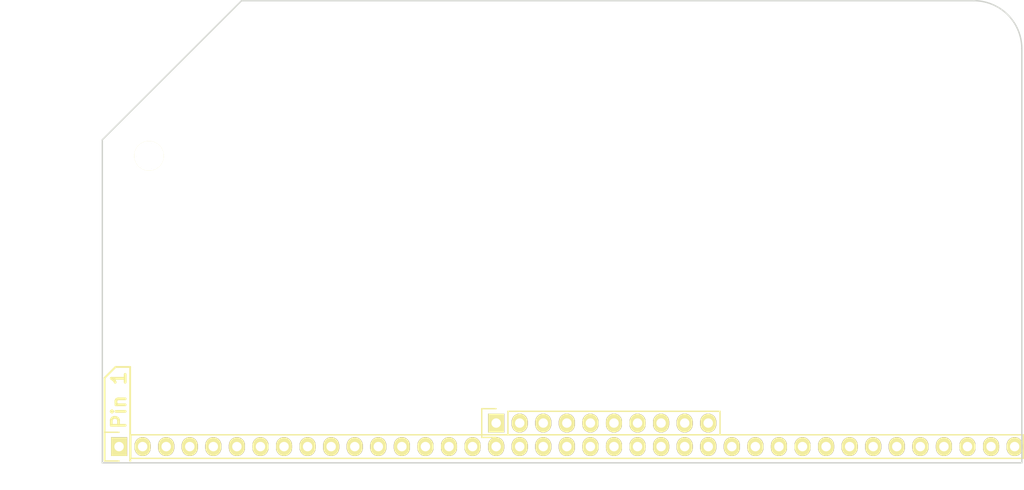
<source format=kicad_pcb>
(kicad_pcb (version 20171130) (host pcbnew "(5.1.5)-3")

  (general
    (thickness 1.6)
    (drawings 12)
    (tracks 0)
    (zones 0)
    (modules 3)
    (nets 48)
  )

  (page A4)
  (layers
    (0 F.Cu signal)
    (31 B.Cu signal)
    (32 B.Adhes user)
    (33 F.Adhes user)
    (34 B.Paste user)
    (35 F.Paste user)
    (36 B.SilkS user)
    (37 F.SilkS user)
    (38 B.Mask user)
    (39 F.Mask user)
    (40 Dwgs.User user)
    (41 Cmts.User user)
    (42 Eco1.User user)
    (43 Eco2.User user)
    (44 Edge.Cuts user)
    (45 Margin user)
    (46 B.CrtYd user)
    (47 F.CrtYd user)
    (48 B.Fab user)
    (49 F.Fab user)
  )

  (setup
    (last_trace_width 0.25)
    (trace_clearance 0.2)
    (zone_clearance 0.508)
    (zone_45_only no)
    (trace_min 0.2)
    (via_size 0.6)
    (via_drill 0.4)
    (via_min_size 0.4)
    (via_min_drill 0.3)
    (uvia_size 0.3)
    (uvia_drill 0.1)
    (uvias_allowed no)
    (uvia_min_size 0.2)
    (uvia_min_drill 0.1)
    (edge_width 0.15)
    (segment_width 0.2)
    (pcb_text_width 0.3)
    (pcb_text_size 1.5 1.5)
    (mod_edge_width 0.15)
    (mod_text_size 1 1)
    (mod_text_width 0.15)
    (pad_size 3.2 3.2)
    (pad_drill 3.2)
    (pad_to_mask_clearance 0.2)
    (aux_axis_origin 0 0)
    (visible_elements 7FFFFFFF)
    (pcbplotparams
      (layerselection 0x010f0_80000001)
      (usegerberextensions false)
      (usegerberattributes false)
      (usegerberadvancedattributes false)
      (creategerberjobfile false)
      (excludeedgelayer true)
      (linewidth 0.100000)
      (plotframeref false)
      (viasonmask false)
      (mode 1)
      (useauxorigin false)
      (hpglpennumber 1)
      (hpglpenspeed 20)
      (hpglpendiameter 15.000000)
      (psnegative false)
      (psa4output false)
      (plotreference true)
      (plotvalue true)
      (plotinvisibletext false)
      (padsonsilk false)
      (subtractmaskfromsilk false)
      (outputformat 1)
      (mirror false)
      (drillshape 0)
      (scaleselection 1)
      (outputdirectory "/home/spencer/Documents/KiCad/2016/RC2014/Dimension Template/"))
  )

  (net 0 "")
  (net 1 GND)
  (net 2 VCC)
  (net 3 A15)
  (net 4 A14)
  (net 5 A13)
  (net 6 A12)
  (net 7 A11)
  (net 8 A10)
  (net 9 A9)
  (net 10 A8)
  (net 11 A7)
  (net 12 A6)
  (net 13 A5)
  (net 14 A4)
  (net 15 A3)
  (net 16 A2)
  (net 17 A1)
  (net 18 A0)
  (net 19 /M1)
  (net 20 /RST)
  (net 21 CLK)
  (net 22 INT)
  (net 23 /MREQ)
  (net 24 /WR)
  (net 25 /RD)
  (net 26 /IORQ)
  (net 27 D0)
  (net 28 D1)
  (net 29 D2)
  (net 30 D3)
  (net 31 D4)
  (net 32 D5)
  (net 33 D6)
  (net 34 D7)
  (net 35 TX)
  (net 36 RX)
  (net 37 USR1)
  (net 38 USR2)
  (net 39 USR3)
  (net 40 /RFSH)
  (net 41 Page)
  (net 42 Clk2)
  (net 43 /BUSACK)
  (net 44 /HALT)
  (net 45 /BUSREQ)
  (net 46 /WAIT)
  (net 47 /NMI)

  (net_class Default "This is the default net class."
    (clearance 0.2)
    (trace_width 0.25)
    (via_dia 0.6)
    (via_drill 0.4)
    (uvia_dia 0.3)
    (uvia_drill 0.1)
    (add_net /BUSACK)
    (add_net /BUSREQ)
    (add_net /HALT)
    (add_net /IORQ)
    (add_net /M1)
    (add_net /MREQ)
    (add_net /NMI)
    (add_net /RD)
    (add_net /RFSH)
    (add_net /RST)
    (add_net /WAIT)
    (add_net /WR)
    (add_net A0)
    (add_net A1)
    (add_net A10)
    (add_net A11)
    (add_net A12)
    (add_net A13)
    (add_net A14)
    (add_net A15)
    (add_net A2)
    (add_net A3)
    (add_net A4)
    (add_net A5)
    (add_net A6)
    (add_net A7)
    (add_net A8)
    (add_net A9)
    (add_net CLK)
    (add_net Clk2)
    (add_net D0)
    (add_net D1)
    (add_net D2)
    (add_net D3)
    (add_net D4)
    (add_net D5)
    (add_net D6)
    (add_net D7)
    (add_net INT)
    (add_net Page)
    (add_net RX)
    (add_net TX)
    (add_net USR1)
    (add_net USR2)
    (add_net USR3)
  )

  (net_class Power Power
    (clearance 0.2)
    (trace_width 0.35)
    (via_dia 0.6)
    (via_drill 0.4)
    (uvia_dia 0.3)
    (uvia_drill 0.1)
    (add_net GND)
    (add_net VCC)
  )

  (module Pin_Headers:Pin_Header_Straight_1x39_Pitch2.54mm (layer F.Cu) (tedit 592844A9) (tstamp 574B3D79)
    (at 147.32 152.3746 90)
    (descr "Through hole pin header")
    (tags "pin header")
    (path /57B2D86C)
    (fp_text reference J1 (at 0.2286 -4.318 180) (layer F.SilkS) hide
      (effects (font (size 1 1) (thickness 0.15)))
    )
    (fp_text value CONN_01X39 (at -3.8354 -7.874 180) (layer F.Fab)
      (effects (font (size 1 1) (thickness 0.15)))
    )
    (fp_line (start -1.75 -1.75) (end -1.75 97.4598) (layer F.CrtYd) (width 0.05))
    (fp_line (start 1.75 -1.75) (end 1.75 97.4598) (layer F.CrtYd) (width 0.05))
    (fp_line (start -1.75 -1.75) (end 1.75 -1.75) (layer F.CrtYd) (width 0.05))
    (fp_line (start -1.75 97.5226) (end 1.75 97.5226) (layer F.CrtYd) (width 0.05))
    (fp_line (start -1.27 1.27) (end -1.27 97.4598) (layer F.SilkS) (width 0.15))
    (fp_line (start -1.27 97.4598) (end 1.27 97.4598) (layer F.SilkS) (width 0.15))
    (fp_line (start 1.27 97.4598) (end 1.27 1.27) (layer F.SilkS) (width 0.15))
    (fp_line (start 1.55 -1.55) (end 1.55 0) (layer F.SilkS) (width 0.15))
    (fp_line (start 1.27 1.27) (end -1.27 1.27) (layer F.SilkS) (width 0.15))
    (fp_line (start -1.55 0) (end -1.55 -1.55) (layer F.SilkS) (width 0.15))
    (fp_line (start -1.55 -1.55) (end 1.55 -1.55) (layer F.SilkS) (width 0.15))
    (pad 1 thru_hole rect (at 0 0 90) (size 2.032 1.7272) (drill 1.016) (layers *.Cu *.Mask F.SilkS)
      (net 3 A15))
    (pad 2 thru_hole oval (at 0 2.54 90) (size 2.032 1.7272) (drill 1.016) (layers *.Cu *.Mask F.SilkS)
      (net 4 A14))
    (pad 3 thru_hole oval (at 0 5.08 90) (size 2.032 1.7272) (drill 1.016) (layers *.Cu *.Mask F.SilkS)
      (net 5 A13))
    (pad 4 thru_hole oval (at 0 7.62 90) (size 2.032 1.7272) (drill 1.016) (layers *.Cu *.Mask F.SilkS)
      (net 6 A12))
    (pad 5 thru_hole oval (at 0 10.16 90) (size 2.032 1.7272) (drill 1.016) (layers *.Cu *.Mask F.SilkS)
      (net 7 A11))
    (pad 6 thru_hole oval (at 0 12.7 90) (size 2.032 1.7272) (drill 1.016) (layers *.Cu *.Mask F.SilkS)
      (net 8 A10))
    (pad 7 thru_hole oval (at 0 15.24 90) (size 2.032 1.7272) (drill 1.016) (layers *.Cu *.Mask F.SilkS)
      (net 9 A9))
    (pad 8 thru_hole oval (at 0 17.78 90) (size 2.032 1.7272) (drill 1.016) (layers *.Cu *.Mask F.SilkS)
      (net 10 A8))
    (pad 9 thru_hole oval (at 0 20.32 90) (size 2.032 1.7272) (drill 1.016) (layers *.Cu *.Mask F.SilkS)
      (net 11 A7))
    (pad 10 thru_hole oval (at 0 22.86 90) (size 2.032 1.7272) (drill 1.016) (layers *.Cu *.Mask F.SilkS)
      (net 12 A6))
    (pad 11 thru_hole oval (at 0 25.4 90) (size 2.032 1.7272) (drill 1.016) (layers *.Cu *.Mask F.SilkS)
      (net 13 A5))
    (pad 12 thru_hole oval (at 0 27.94 90) (size 2.032 1.7272) (drill 1.016) (layers *.Cu *.Mask F.SilkS)
      (net 14 A4))
    (pad 13 thru_hole oval (at 0 30.48 90) (size 2.032 1.7272) (drill 1.016) (layers *.Cu *.Mask F.SilkS)
      (net 15 A3))
    (pad 14 thru_hole oval (at 0 33.02 90) (size 2.032 1.7272) (drill 1.016) (layers *.Cu *.Mask F.SilkS)
      (net 16 A2))
    (pad 15 thru_hole oval (at 0 35.56 90) (size 2.032 1.7272) (drill 1.016) (layers *.Cu *.Mask F.SilkS)
      (net 17 A1))
    (pad 16 thru_hole oval (at 0 38.1 90) (size 2.032 1.7272) (drill 1.016) (layers *.Cu *.Mask F.SilkS)
      (net 18 A0))
    (pad 17 thru_hole oval (at 0 40.64 90) (size 2.032 1.7272) (drill 1.016) (layers *.Cu *.Mask F.SilkS)
      (net 1 GND))
    (pad 18 thru_hole oval (at 0 43.18 90) (size 2.032 1.7272) (drill 1.016) (layers *.Cu *.Mask F.SilkS)
      (net 2 VCC))
    (pad 19 thru_hole oval (at 0 45.72 90) (size 2.032 1.7272) (drill 1.016) (layers *.Cu *.Mask F.SilkS)
      (net 19 /M1))
    (pad 20 thru_hole oval (at 0 48.26 90) (size 2.032 1.7272) (drill 1.016) (layers *.Cu *.Mask F.SilkS)
      (net 20 /RST))
    (pad 21 thru_hole oval (at 0 50.8 90) (size 2.032 1.7272) (drill 1.016) (layers *.Cu *.Mask F.SilkS)
      (net 21 CLK))
    (pad 22 thru_hole oval (at 0 53.34 90) (size 2.032 1.7272) (drill 1.016) (layers *.Cu *.Mask F.SilkS)
      (net 22 INT))
    (pad 23 thru_hole oval (at 0 55.88 90) (size 2.032 1.7272) (drill 1.016) (layers *.Cu *.Mask F.SilkS)
      (net 23 /MREQ))
    (pad 24 thru_hole oval (at 0 58.42 90) (size 2.032 1.7272) (drill 1.016) (layers *.Cu *.Mask F.SilkS)
      (net 24 /WR))
    (pad 25 thru_hole oval (at 0 60.96 90) (size 2.032 1.7272) (drill 1.016) (layers *.Cu *.Mask F.SilkS)
      (net 25 /RD))
    (pad 26 thru_hole oval (at 0 63.5 90) (size 2.032 1.7272) (drill 1.016) (layers *.Cu *.Mask F.SilkS)
      (net 26 /IORQ))
    (pad 27 thru_hole oval (at 0 66.04 90) (size 2.032 1.7272) (drill 1.016) (layers *.Cu *.Mask F.SilkS)
      (net 27 D0))
    (pad 28 thru_hole oval (at 0 68.58 90) (size 2.032 1.7272) (drill 1.016) (layers *.Cu *.Mask F.SilkS)
      (net 28 D1))
    (pad 29 thru_hole oval (at 0 71.12 90) (size 2.032 1.7272) (drill 1.016) (layers *.Cu *.Mask F.SilkS)
      (net 29 D2))
    (pad 30 thru_hole oval (at 0 73.66 90) (size 2.032 1.7272) (drill 1.016) (layers *.Cu *.Mask F.SilkS)
      (net 30 D3))
    (pad 31 thru_hole oval (at 0 76.2 90) (size 2.032 1.7272) (drill 1.016) (layers *.Cu *.Mask F.SilkS)
      (net 31 D4))
    (pad 32 thru_hole oval (at 0 78.74 90) (size 2.032 1.7272) (drill 1.016) (layers *.Cu *.Mask F.SilkS)
      (net 32 D5))
    (pad 33 thru_hole oval (at 0 81.28 90) (size 2.032 1.7272) (drill 1.016) (layers *.Cu *.Mask F.SilkS)
      (net 33 D6))
    (pad 34 thru_hole oval (at 0 83.82 90) (size 2.032 1.7272) (drill 1.016) (layers *.Cu *.Mask F.SilkS)
      (net 34 D7))
    (pad 35 thru_hole oval (at 0 86.36 90) (size 2.032 1.7272) (drill 1.016) (layers *.Cu *.Mask F.SilkS)
      (net 35 TX))
    (pad 36 thru_hole oval (at 0 88.9 90) (size 2.032 1.7272) (drill 1.016) (layers *.Cu *.Mask F.SilkS)
      (net 36 RX))
    (pad 37 thru_hole oval (at 0 91.44 90) (size 2.032 1.7272) (drill 1.016) (layers *.Cu *.Mask F.SilkS)
      (net 37 USR1))
    (pad 38 thru_hole oval (at 0 93.98 90) (size 2.032 1.7272) (drill 1.016) (layers *.Cu *.Mask F.SilkS)
      (net 38 USR2))
    (pad 39 thru_hole oval (at 0 96.52 90) (size 2.032 1.7272) (drill 1.016) (layers *.Cu *.Mask F.SilkS)
      (net 39 USR3))
    (model Pin_Headers.3dshapes/Pin_Header_Straight_1x39.wrl
      (offset (xyz 0 -49.52999925613403 0))
      (scale (xyz 1 1 1))
      (rotate (xyz 0 0 90))
    )
  )

  (module Mounting_Holes:MountingHole_3.2mm_M3 locked (layer F.Cu) (tedit 59284471) (tstamp 574B179B)
    (at 150.5458 121.0056)
    (descr "Mounting Hole 3.2mm, no annular, M3")
    (tags "mounting hole 3.2mm no annular m3")
    (fp_text reference MNT0 (at 2.6162 -2.3876) (layer F.SilkS) hide
      (effects (font (size 1 1) (thickness 0.15)))
    )
    (fp_text value "" (at 2.3368 -73.0631 90) (layer F.Fab) hide
      (effects (font (size 1 1) (thickness 0.15)))
    )
    (fp_circle (center 0 0) (end 3.2 0) (layer Cmts.User) (width 0.15))
    (fp_circle (center 0 0) (end 3.45 0) (layer F.CrtYd) (width 0.05))
    (pad "" np_thru_hole circle (at 0 0) (size 3.2 3.2) (drill 3.2) (layers *.Cu *.Mask F.SilkS))
  )

  (module Pin_Headers:Pin_Header_Straight_1x10_Pitch2.54mm (layer F.Cu) (tedit 592844B8) (tstamp 57B2E630)
    (at 187.96 149.8346 90)
    (descr "Through hole pin header")
    (tags "pin header")
    (path /57B2E338)
    (fp_text reference J2 (at 0.7366 -3.81 180) (layer F.SilkS) hide
      (effects (font (size 1 1) (thickness 0.15)))
    )
    (fp_text value CONN_01X10 (at 0.7366 29.718 180) (layer F.Fab) hide
      (effects (font (size 1 1) (thickness 0.15)))
    )
    (fp_line (start -1.75 -1.75) (end -1.75 24.65) (layer F.CrtYd) (width 0.05))
    (fp_line (start 1.75 -1.75) (end 1.75 24.65) (layer F.CrtYd) (width 0.05))
    (fp_line (start -1.75 -1.75) (end 1.75 -1.75) (layer F.CrtYd) (width 0.05))
    (fp_line (start -1.75 24.65) (end 1.75 24.65) (layer F.CrtYd) (width 0.05))
    (fp_line (start 1.27 1.27) (end 1.27 24.13) (layer F.SilkS) (width 0.15))
    (fp_line (start 1.27 24.13) (end -1.27 24.13) (layer F.SilkS) (width 0.15))
    (fp_line (start -1.27 24.13) (end -1.27 1.27) (layer F.SilkS) (width 0.15))
    (fp_line (start 1.55 -1.55) (end 1.55 0) (layer F.SilkS) (width 0.15))
    (fp_line (start 1.27 1.27) (end -1.27 1.27) (layer F.SilkS) (width 0.15))
    (fp_line (start -1.55 0) (end -1.55 -1.55) (layer F.SilkS) (width 0.15))
    (fp_line (start -1.55 -1.55) (end 1.55 -1.55) (layer F.SilkS) (width 0.15))
    (pad 1 thru_hole rect (at 0 0 90) (size 2.032 1.7272) (drill 1.016) (layers *.Cu *.Mask F.SilkS)
      (net 1 GND))
    (pad 2 thru_hole oval (at 0 2.54 90) (size 2.032 1.7272) (drill 1.016) (layers *.Cu *.Mask F.SilkS)
      (net 2 VCC))
    (pad 3 thru_hole oval (at 0 5.08 90) (size 2.032 1.7272) (drill 1.016) (layers *.Cu *.Mask F.SilkS)
      (net 40 /RFSH))
    (pad 4 thru_hole oval (at 0 7.62 90) (size 2.032 1.7272) (drill 1.016) (layers *.Cu *.Mask F.SilkS)
      (net 41 Page))
    (pad 5 thru_hole oval (at 0 10.16 90) (size 2.032 1.7272) (drill 1.016) (layers *.Cu *.Mask F.SilkS)
      (net 42 Clk2))
    (pad 6 thru_hole oval (at 0 12.7 90) (size 2.032 1.7272) (drill 1.016) (layers *.Cu *.Mask F.SilkS)
      (net 43 /BUSACK))
    (pad 7 thru_hole oval (at 0 15.24 90) (size 2.032 1.7272) (drill 1.016) (layers *.Cu *.Mask F.SilkS)
      (net 44 /HALT))
    (pad 8 thru_hole oval (at 0 17.78 90) (size 2.032 1.7272) (drill 1.016) (layers *.Cu *.Mask F.SilkS)
      (net 45 /BUSREQ))
    (pad 9 thru_hole oval (at 0 20.32 90) (size 2.032 1.7272) (drill 1.016) (layers *.Cu *.Mask F.SilkS)
      (net 46 /WAIT))
    (pad 10 thru_hole oval (at 0 22.86 90) (size 2.032 1.7272) (drill 1.016) (layers *.Cu *.Mask F.SilkS)
      (net 47 /NMI))
    (model Pin_Headers.3dshapes/Pin_Header_Straight_1x10.wrl
      (offset (xyz 0 -11.42999982833862 0))
      (scale (xyz 1 1 1))
      (rotate (xyz 0 0 90))
    )
  )

  (gr_arc (start 239.4364 109.447) (end 239.4364 104.267) (angle 90) (layer Edge.Cuts) (width 0.15))
  (gr_line (start 148.5138 153.89352) (end 148.54936 153.89352) (angle 90) (layer F.SilkS) (width 0.2))
  (gr_line (start 148.5138 143.78178) (end 148.5138 153.89352) (angle 90) (layer F.SilkS) (width 0.2))
  (gr_line (start 146.94408 143.78178) (end 148.5138 143.78178) (angle 90) (layer F.SilkS) (width 0.2))
  (gr_line (start 145.76298 144.96288) (end 146.94408 143.78178) (angle 90) (layer F.SilkS) (width 0.2))
  (gr_line (start 145.76298 153.89352) (end 145.76298 144.96288) (angle 90) (layer F.SilkS) (width 0.2))
  (gr_text "Pin 1" (at 147.29968 147.36318 90) (layer F.SilkS)
    (effects (font (size 1.5 1.5) (thickness 0.3)))
  )
  (gr_line (start 244.618 109.447) (end 244.618 154.1272) (angle 90) (layer Edge.Cuts) (width 0.15))
  (gr_line (start 239.4364 104.267) (end 160.528 104.267) (angle 90) (layer Edge.Cuts) (width 0.15))
  (gr_line (start 145.5166 119.2784) (end 145.5166 154.1272) (angle 90) (layer Edge.Cuts) (width 0.15))
  (gr_line (start 160.528 104.267) (end 145.5166 119.2784) (angle 90) (layer Edge.Cuts) (width 0.15))
  (gr_line (start 145.5166 154.1272) (end 244.618 154.1272) (angle 90) (layer Edge.Cuts) (width 0.15))

)

</source>
